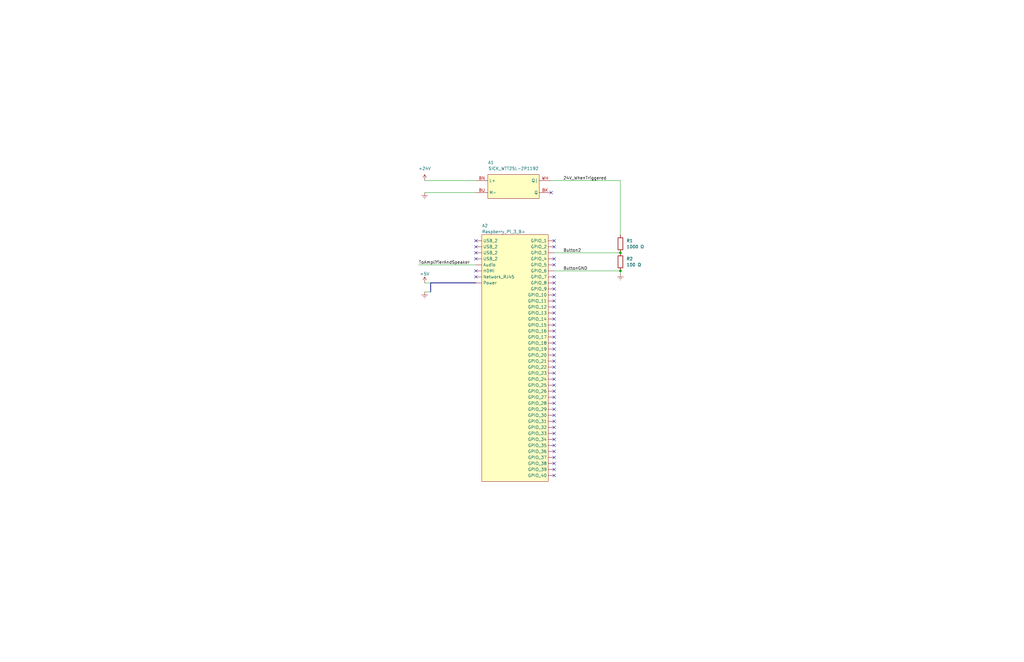
<source format=kicad_sch>
(kicad_sch (version 20211123) (generator eeschema)
  (paper "B")
  (title_block (title "RASPBERRY PI AUDIO TRIGGER") (date "2023-07-30") (rev "1"))
  (lib_symbols
    (symbol "Device:R" (pin_numbers hide) (pin_names (offset 0))
      (property "Reference" "R" (at 2.032 0 90))
      (property "Value" "R" (at 0 0 90))
      (symbol "R_0_1"
        (rectangle (start -1.016 -2.54) (end 1.016 2.54) (stroke (width 0.254)))
      )
      (symbol "R_1_1"
        (pin passive line (at 0 3.81 270) (length 1.27) (name "~") (number "1"))
        (pin passive line (at 0 -3.81 90) (length 1.27) (name "~") (number "2"))
      )
    )
    (symbol "power:+24V" (power) (pin_names (offset 0))
      (property "Value" "+24V" (at 0 3.556 0))
      (symbol "+24V_0_1"
        (polyline (pts (xy -0.762 1.27) (xy 0 2.54)))
        (polyline (pts (xy 0 0) (xy 0 2.54)))
        (polyline (pts (xy 0 2.54) (xy 0.762 1.27)))
      )
      (symbol "+24V_1_1"
        (pin power_in line (at 0 0 90) (length 0) hide (name "+24V") (number "1"))
      )
    )
    (symbol "power:+5V" (power) (pin_names (offset 0))
      (property "Value" "+5V" (at 0 3.556 0))
      (symbol "+5V_0_1"
        (polyline (pts (xy -0.762 1.27) (xy 0 2.54)))
        (polyline (pts (xy 0 0) (xy 0 2.54)))
        (polyline (pts (xy 0 2.54) (xy 0.762 1.27)))
      )
      (symbol "+5V_1_1"
        (pin power_in line (at 0 0 90) (length 0) hide (name "+5V") (number "1"))
      )
    )
    (symbol "power:Earth" (power) (pin_names (offset 0))
      (symbol "Earth_0_1"
        (polyline (pts (xy -0.635 -1.905) (xy 0.635 -1.905)))
        (polyline (pts (xy -0.127 -2.54) (xy 0.127 -2.54)))
        (polyline (pts (xy 0 -1.27) (xy 0 0)))
        (polyline (pts (xy 1.27 -1.27) (xy -1.27 -1.27)))
      )
      (symbol "Earth_1_1"
        (pin power_in line (at 0 0 270) (length 0) hide (name "Earth") (number "1"))
      )
    )
    (symbol "raspbberry_pi_audio_trigger:SICK_WTT2SL-2P1192"
      (property "Reference" "A" (at 1.27 13.97 0))
      (property "Value" "SICK_WTT2SL-2P1192" (at 10.16 11.43 0))
      (symbol "SICK_WTT2SL-2P1192_0_1"
        (rectangle (start 0 10.16) (end 21.59 0) (fill (type background)))
      )
      (symbol "SICK_WTT2SL-2P1192_1_1"
        (pin output line (at 26.67 2.54 180) (length 5.08) (name "Q") (number "BK"))
        (pin input line (at -5.08 7.62 0) (length 5.08) (name "L+") (number "BN"))
        (pin passive line (at -5.08 2.54 0) (length 5.08) (name "M-") (number "BU"))
        (pin output line (at 26.67 7.62 180) (length 5.08) (name "Q|") (number "WH"))
      )
    )
    (symbol "weather-station:Raspberry_Pi_3_B+"
      (property "Reference" "A" (at 0 3.81 0))
      (property "Value" "Raspberry_Pi_3_B+" (at 0 1.27 0))
      (symbol "Raspberry_Pi_3_B+_0_1"
        (rectangle (start 0 0) (end 27.94 -104.14) (fill (type background)))
      )
      (symbol "Raspberry_Pi_3_B+_1_1"
        (pin input line (at -2.54 -12.7 0) (length 2.54) (name "Audio") (number ""))
        (pin input line (at 30.48 -2.54 180) (length 2.54) (name "GPIO_1") (number ""))
        (pin input line (at 30.48 -25.4 180) (length 2.54) (name "GPIO_10") (number ""))
        (pin input line (at 30.48 -27.94 180) (length 2.54) (name "GPIO_11") (number ""))
        (pin input line (at 30.48 -30.48 180) (length 2.54) (name "GPIO_12") (number ""))
        (pin input line (at 30.48 -33.02 180) (length 2.54) (name "GPIO_13") (number ""))
        (pin input line (at 30.48 -35.56 180) (length 2.54) (name "GPIO_14") (number ""))
        (pin input line (at 30.48 -38.1 180) (length 2.54) (name "GPIO_15") (number ""))
        (pin input line (at 30.48 -40.64 180) (length 2.54) (name "GPIO_16") (number ""))
        (pin input line (at 30.48 -43.18 180) (length 2.54) (name "GPIO_17") (number ""))
        (pin input line (at 30.48 -45.72 180) (length 2.54) (name "GPIO_18") (number ""))
        (pin input line (at 30.48 -48.26 180) (length 2.54) (name "GPIO_19") (number ""))
        (pin input line (at 30.48 -5.08 180) (length 2.54) (name "GPIO_2") (number ""))
        (pin input line (at 30.48 -50.8 180) (length 2.54) (name "GPIO_20") (number ""))
        (pin input line (at 30.48 -53.34 180) (length 2.54) (name "GPIO_21") (number ""))
        (pin input line (at 30.48 -55.88 180) (length 2.54) (name "GPIO_22") (number ""))
        (pin input line (at 30.48 -58.42 180) (length 2.54) (name "GPIO_23") (number ""))
        (pin input line (at 30.48 -60.96 180) (length 2.54) (name "GPIO_24") (number ""))
        (pin input line (at 30.48 -63.5 180) (length 2.54) (name "GPIO_25") (number ""))
        (pin input line (at 30.48 -66.04 180) (length 2.54) (name "GPIO_26") (number ""))
        (pin input line (at 30.48 -68.58 180) (length 2.54) (name "GPIO_27") (number ""))
        (pin input line (at 30.48 -71.12 180) (length 2.54) (name "GPIO_28") (number ""))
        (pin input line (at 30.48 -73.66 180) (length 2.54) (name "GPIO_29") (number ""))
        (pin input line (at 30.48 -7.62 180) (length 2.54) (name "GPIO_3") (number ""))
        (pin input line (at 30.48 -76.2 180) (length 2.54) (name "GPIO_30") (number ""))
        (pin input line (at 30.48 -78.74 180) (length 2.54) (name "GPIO_31") (number ""))
        (pin input line (at 30.48 -81.28 180) (length 2.54) (name "GPIO_32") (number ""))
        (pin input line (at 30.48 -83.82 180) (length 2.54) (name "GPIO_33") (number ""))
        (pin input line (at 30.48 -86.36 180) (length 2.54) (name "GPIO_34") (number ""))
        (pin input line (at 30.48 -88.9 180) (length 2.54) (name "GPIO_35") (number ""))
        (pin input line (at 30.48 -91.44 180) (length 2.54) (name "GPIO_36") (number ""))
        (pin input line (at 30.48 -93.98 180) (length 2.54) (name "GPIO_37") (number ""))
        (pin input line (at 30.48 -96.52 180) (length 2.54) (name "GPIO_38") (number ""))
        (pin input line (at 30.48 -99.06 180) (length 2.54) (name "GPIO_39") (number ""))
        (pin input line (at 30.48 -10.16 180) (length 2.54) (name "GPIO_4") (number ""))
        (pin input line (at 30.48 -101.6 180) (length 2.54) (name "GPIO_40") (number ""))
        (pin input line (at 30.48 -12.7 180) (length 2.54) (name "GPIO_5") (number ""))
        (pin input line (at 30.48 -15.24 180) (length 2.54) (name "GPIO_6") (number ""))
        (pin input line (at 30.48 -17.78 180) (length 2.54) (name "GPIO_7") (number ""))
        (pin input line (at 30.48 -20.32 180) (length 2.54) (name "GPIO_8") (number ""))
        (pin input line (at 30.48 -22.86 180) (length 2.54) (name "GPIO_9") (number ""))
        (pin input line (at -2.54 -15.24 0) (length 2.54) (name "HDMI") (number ""))
        (pin input line (at -2.54 -17.78 0) (length 2.54) (name "Network_RJ45") (number ""))
        (pin input line (at -2.54 -20.32 0) (length 2.54) (name "Power") (number ""))
        (pin input line (at -2.54 -10.16 0) (length 2.54) (name "USB_2") (number ""))
        (pin input line (at -2.54 -7.62 0) (length 2.54) (name "USB_2") (number ""))
        (pin input line (at -2.54 -5.08 0) (length 2.54) (name "USB_2") (number ""))
        (pin input line (at -2.54 -2.54 0) (length 2.54) (name "USB_2") (number ""))
      )
    )
  )
  (junction (at 261.62 106.68))
  (junction (at 261.62 114.3))
  (no_connect (at 233.68 111.76))
  (no_connect (at 232.41 81.28))
  (no_connect (at 233.68 134.62))
  (no_connect (at 233.68 121.92))
  (no_connect (at 233.68 144.78))
  (no_connect (at 233.68 124.46))
  (no_connect (at 233.68 116.84))
  (no_connect (at 233.68 104.14))
  (no_connect (at 233.68 101.6))
  (no_connect (at 233.68 139.7))
  (no_connect (at 233.68 119.38))
  (no_connect (at 233.68 109.22))
  (no_connect (at 233.68 193.04))
  (no_connect (at 233.68 195.58))
  (no_connect (at 233.68 198.12))
  (no_connect (at 233.68 200.66))
  (no_connect (at 233.68 154.94))
  (no_connect (at 233.68 157.48))
  (no_connect (at 233.68 160.02))
  (no_connect (at 233.68 162.56))
  (no_connect (at 233.68 165.1))
  (no_connect (at 233.68 167.64))
  (no_connect (at 233.68 170.18))
  (no_connect (at 233.68 172.72))
  (no_connect (at 233.68 175.26))
  (no_connect (at 233.68 177.8))
  (no_connect (at 233.68 180.34))
  (no_connect (at 233.68 182.88))
  (no_connect (at 233.68 185.42))
  (no_connect (at 233.68 187.96))
  (no_connect (at 233.68 190.5))
  (no_connect (at 200.66 101.6))
  (no_connect (at 200.66 104.14))
  (no_connect (at 200.66 106.68))
  (no_connect (at 200.66 109.22))
  (no_connect (at 200.66 114.3))
  (no_connect (at 200.66 116.84))
  (no_connect (at 233.68 127))
  (no_connect (at 233.68 129.54))
  (no_connect (at 233.68 132.08))
  (no_connect (at 233.68 137.16))
  (no_connect (at 233.68 142.24))
  (no_connect (at 233.68 147.32))
  (no_connect (at 233.68 149.86))
  (no_connect (at 233.68 152.4))
  (wire (pts (xy 179.07 76.2) (xy 200.66 76.2)))
  (wire (pts (xy 232.41 76.2) (xy 261.62 76.2)))
  (bus (pts (xy 181.61 119.38) (xy 181.61 123.19)))
  (wire (pts (xy 179.07 119.38) (xy 181.61 119.38)))
  (wire (pts (xy 261.62 115.57) (xy 261.62 114.3)))
  (wire (pts (xy 176.53 111.76) (xy 200.66 111.76)))
  (wire (pts (xy 233.68 106.68) (xy 261.62 106.68)))
  (wire (pts (xy 233.68 114.3) (xy 261.62 114.3)))
  (bus (pts (xy 200.66 119.38) (xy 181.61 119.38)))
  (wire (pts (xy 179.07 81.28) (xy 200.66 81.28)))
  (wire (pts (xy 261.62 76.2) (xy 261.62 99.06)))
  (wire (pts (xy 179.07 123.19) (xy 181.61 123.19)))
  (label "ToAmplifierAndSpeaker" (at 176.53 111.76 0))
  (label "Button2" (at 237.49 106.68 0))
  (label "24V_WhenTriggered" (at 237.49 76.2 0))
  (label "ButtonGND" (at 237.49 114.3 0))
  (symbol (lib_id "Device:R") (at 261.62 102.87 180) (unit 1)
    (property "Reference" "R1" (at 264.16 101.5999 0) (effects (justify right)))
    (property "Value" "1000 Ω" (at 264.16 104.1399 0) (effects (justify right)))
  )
  (symbol (lib_id "power:Earth") (at 179.07 123.19 0) (unit 1)
    (property "Reference" "#PWR?" (effects hide))
    (property "Value" "Earth" (effects hide))
  )
  (symbol (lib_id "raspbberry_pi_audio_trigger:SICK_WTT2SL-2P1192") (at 205.74 83.82 0) (unit 1)
    (property "Reference" "A1" (at 207.01 68.58 0))
    (property "Value" "SICK_WTT2SL-2P1192" (at 216.535 71.12 0))
  )
  (symbol (lib_id "power:+24V") (at 179.07 76.2 0) (unit 1)
    (property "Reference" "#PWR?" (effects hide))
    (property "Value" "+24V" (at 179.07 71.12 0))
  )
  (symbol (lib_id "power:Earth") (at 261.62 115.57 0) (unit 1)
    (property "Reference" "#PWR?" (effects hide))
    (property "Value" "Earth" (effects hide))
  )
  (symbol (lib_id "power:Earth") (at 179.07 81.28 0) (unit 1)
    (property "Reference" "#PWR?" (effects hide))
    (property "Value" "Earth" (effects hide))
  )
  (symbol (lib_id "weather-station:Raspberry_Pi_3_B+") (at 203.2 99.06 0) (unit 1)
    (property "Reference" "A2" (at 203.2 95.25 0) (effects (justify left)))
    (property "Value" "Raspberry_Pi_3_B+" (at 203.2 97.79 0) (effects (justify left)))
  )
  (symbol (lib_id "power:+5V") (at 179.07 119.38 0) (unit 1)
    (property "Reference" "#PWR?" (effects hide))
    (property "Value" "+5V" (at 179.07 115.57 0))
  )
  (symbol (lib_id "Device:R") (at 261.62 110.49 180) (unit 1)
    (property "Reference" "R2" (at 264.16 109.2199 0) (effects (justify right)))
    (property "Value" "100 Ω" (at 264.16 111.7599 0) (effects (justify right)))
  )
)
</source>
